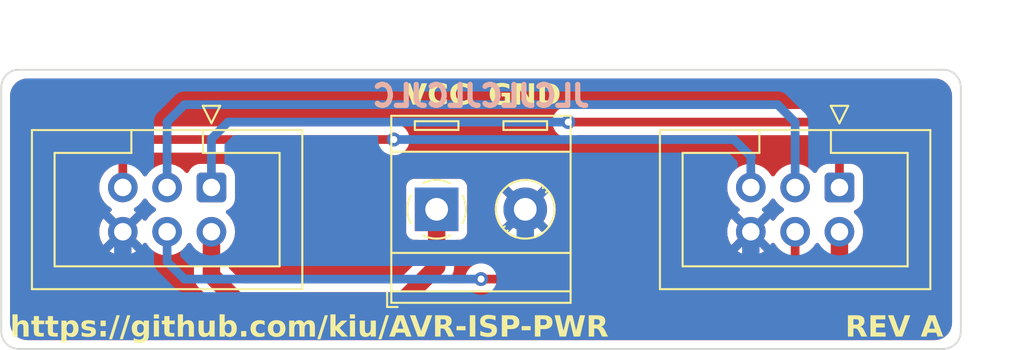
<source format=kicad_pcb>
(kicad_pcb (version 20221018) (generator pcbnew)
  (layers (0 "F.Cu" signal) (31 "B.Cu" signal) (34 "B.Paste" user) (35 "F.Paste" user) (36 "B.SilkS" user "B.Silkscreen") (37 "F.SilkS" user "F.Silkscreen") (38 "B.Mask" user) (39 "F.Mask" user) (44 "Edge.Cuts" user))
  (net 0 "")
  (net 1 "GND")
  (net 2 "Net-(J2-MISO)")
  (net 3 "Net-(J2-SCK)")
  (net 4 "Net-(J2-MOSI)")
  (net 5 "Net-(J2-~{RST})")
  (net 6 "VCC")
  (footprint "Connector_IDC:IDC-Header_2x03_P2.54mm_Vertical" (layer "F.Cu") (at 159.545 94.7475 -90)
    (fp_text reference "J3" hide)
    (fp_text value "AVR-ISP-6")
    (fp_line (start -4.68 -0.5) (end -4.68 0.5) (stroke (width 0.12)) (layer "F.SilkS"))
    (fp_line (start -4.68 0.5) (end -3.68 0) (stroke (width 0.12)) (layer "F.SilkS"))
    (fp_line (start -3.68 0) (end -4.68 -0.5) (stroke (width 0.12)) (layer "F.SilkS"))
    (fp_line (start -3.29 -5.21) (end 5.83 -5.21) (stroke (width 0.12)) (layer "F.SilkS"))
    (fp_line (start -3.29 0.49) (end -1.98 0.49) (stroke (width 0.12)) (layer "F.SilkS"))
    (fp_line (start -3.29 10.29) (end -3.29 -5.21) (stroke (width 0.12)) (layer "F.SilkS"))
    (fp_line (start -1.98 -3.91) (end 4.52 -3.91) (stroke (width 0.12)) (layer "F.SilkS"))
    (fp_line (start -1.98 0.49) (end -1.98 -3.91) (stroke (width 0.12)) (layer "F.SilkS"))
    (fp_line (start -1.98 4.59) (end -3.29 4.59) (stroke (width 0.12)) (layer "F.SilkS"))
    (fp_line (start -1.98 4.59) (end -1.98 4.59) (stroke (width 0.12)) (layer "F.SilkS"))
    (fp_line (start -1.98 8.99) (end -1.98 4.59) (stroke (width 0.12)) (layer "F.SilkS"))
    (fp_line (start 4.52 -3.91) (end 4.52 8.99) (stroke (width 0.12)) (layer "F.SilkS"))
    (fp_line (start 4.52 8.99) (end -1.98 8.99) (stroke (width 0.12)) (layer "F.SilkS"))
    (fp_line (start 5.83 -5.21) (end 5.83 10.29) (stroke (width 0.12)) (layer "F.SilkS"))
    (fp_line (start 5.83 10.29) (end -3.29 10.29) (stroke (width 0.12)) (layer "F.SilkS"))
    (pad "1" thru_hole roundrect (at 0 0 270) (size 1.7 1.7) (drill 1) (layers "*.Cu" "*.Mask") (roundrect_rratio 0.1470588235) (net 2 "Net-(J2-MISO)"))
    (pad "2" thru_hole circle (at 2.54 0 270) (size 1.7 1.7) (drill 1) (layers "*.Cu" "*.Mask") (net 6 "VCC"))
    (pad "3" thru_hole circle (at 0 2.54 270) (size 1.7 1.7) (drill 1) (layers "*.Cu" "*.Mask") (net 3 "Net-(J2-SCK)"))
    (pad "4" thru_hole circle (at 2.54 2.54 270) (size 1.7 1.7) (drill 1) (layers "*.Cu" "*.Mask") (net 4 "Net-(J2-MOSI)"))
    (pad "5" thru_hole circle (at 0 5.08 270) (size 1.7 1.7) (drill 1) (layers "*.Cu" "*.Mask") (net 5 "Net-(J2-~{RST})"))
    (pad "6" thru_hole circle (at 2.54 5.08 270) (size 1.7 1.7) (drill 1) (layers "*.Cu" "*.Mask") (net 1 "GND"))
  )
  (footprint "Connector_IDC:IDC-Header_2x03_P2.54mm_Vertical" (layer "F.Cu") (at 123.545 94.7475 -90)
    (fp_text reference "J2" hide)
    (fp_text value "AVR-ISP-6")
    (fp_line (start -4.68 -0.5) (end -4.68 0.5) (stroke (width 0.12)) (layer "F.SilkS"))
    (fp_line (start -4.68 0.5) (end -3.68 0) (stroke (width 0.12)) (layer "F.SilkS"))
    (fp_line (start -3.68 0) (end -4.68 -0.5) (stroke (width 0.12)) (layer "F.SilkS"))
    (fp_line (start -3.29 -5.21) (end 5.83 -5.21) (stroke (width 0.12)) (layer "F.SilkS"))
    (fp_line (start -3.29 0.49) (end -1.98 0.49) (stroke (width 0.12)) (layer "F.SilkS"))
    (fp_line (start -3.29 10.29) (end -3.29 -5.21) (stroke (width 0.12)) (layer "F.SilkS"))
    (fp_line (start -1.98 -3.91) (end 4.52 -3.91) (stroke (width 0.12)) (layer "F.SilkS"))
    (fp_line (start -1.98 0.49) (end -1.98 -3.91) (stroke (width 0.12)) (layer "F.SilkS"))
    (fp_line (start -1.98 4.59) (end -3.29 4.59) (stroke (width 0.12)) (layer "F.SilkS"))
    (fp_line (start -1.98 4.59) (end -1.98 4.59) (stroke (width 0.12)) (layer "F.SilkS"))
    (fp_line (start -1.98 8.99) (end -1.98 4.59) (stroke (width 0.12)) (layer "F.SilkS"))
    (fp_line (start 4.52 -3.91) (end 4.52 8.99) (stroke (width 0.12)) (layer "F.SilkS"))
    (fp_line (start 4.52 8.99) (end -1.98 8.99) (stroke (width 0.12)) (layer "F.SilkS"))
    (fp_line (start 5.83 -5.21) (end 5.83 10.29) (stroke (width 0.12)) (layer "F.SilkS"))
    (fp_line (start 5.83 10.29) (end -3.29 10.29) (stroke (width 0.12)) (layer "F.SilkS"))
    (pad "1" thru_hole roundrect (at 0 0 270) (size 1.7 1.7) (drill 1) (layers "*.Cu" "*.Mask") (roundrect_rratio 0.1470588235) (net 2 "Net-(J2-MISO)"))
    (pad "2" thru_hole circle (at 2.54 0 270) (size 1.7 1.7) (drill 1) (layers "*.Cu" "*.Mask") (net 6 "VCC"))
    (pad "3" thru_hole circle (at 0 2.54 270) (size 1.7 1.7) (drill 1) (layers "*.Cu" "*.Mask") (net 3 "Net-(J2-SCK)"))
    (pad "4" thru_hole circle (at 2.54 2.54 270) (size 1.7 1.7) (drill 1) (layers "*.Cu" "*.Mask") (net 4 "Net-(J2-MOSI)"))
    (pad "5" thru_hole circle (at 0 5.08 270) (size 1.7 1.7) (drill 1) (layers "*.Cu" "*.Mask") (net 5 "Net-(J2-~{RST})"))
    (pad "6" thru_hole circle (at 2.54 5.08 270) (size 1.7 1.7) (drill 1) (layers "*.Cu" "*.Mask") (net 1 "GND"))
  )
  (footprint "TerminalBlock_RND:TerminalBlock_RND_205-00287_1x02_P5.08mm_Horizontal" (layer "F.Cu") (at 136.455 96)
    (fp_text reference "J1" hide)
    (fp_text value "Screw_Terminal_01x02")
    (fp_line (start -2.84 4.76) (end -2.84 5.6) (stroke (width 0.12)) (layer "F.SilkS"))
    (fp_line (start -2.84 5.6) (end -2.24 5.6) (stroke (width 0.12)) (layer "F.SilkS"))
    (fp_line (start -2.6 -5.36) (end -2.6 5.36) (stroke (width 0.12)) (layer "F.SilkS"))
    (fp_line (start -2.6 -5.36) (end 7.68 -5.36) (stroke (width 0.12)) (layer "F.SilkS"))
    (fp_line (start -2.6 -3.3) (end 7.68 -3.3) (stroke (width 0.12)) (layer "F.SilkS"))
    (fp_line (start -2.6 2.5) (end 7.68 2.5) (stroke (width 0.12)) (layer "F.SilkS"))
    (fp_line (start -2.6 4.7) (end 7.68 4.7) (stroke (width 0.12)) (layer "F.SilkS"))
    (fp_line (start -2.6 5.36) (end 7.68 5.36) (stroke (width 0.12)) (layer "F.SilkS"))
    (fp_line (start -1.25 -5.05) (end -1.25 -4.55) (stroke (width 0.12)) (layer "F.SilkS"))
    (fp_line (start -1.25 -5.05) (end 1.25 -5.05) (stroke (width 0.12)) (layer "F.SilkS"))
    (fp_line (start -1.25 -4.55) (end 1.25 -4.55) (stroke (width 0.12)) (layer "F.SilkS"))
    (fp_line (start 1.25 -5.05) (end 1.25 -4.55) (stroke (width 0.12)) (layer "F.SilkS"))
    (fp_line (start 3.83 -5.05) (end 3.83 -4.55) (stroke (width 0.12)) (layer "F.SilkS"))
    (fp_line (start 3.83 -5.05) (end 6.33 -5.05) (stroke (width 0.12)) (layer "F.SilkS"))
    (fp_line (start 3.83 -4.55) (end 6.33 -4.55) (stroke (width 0.12)) (layer "F.SilkS"))
    (fp_line (start 3.9 0.976) (end 3.806 1.069) (stroke (width 0.12)) (layer "F.SilkS"))
    (fp_line (start 4.07 1.216) (end 4.011 1.274) (stroke (width 0.12)) (layer "F.SilkS"))
    (fp_line (start 6.15 -1.275) (end 6.091 -1.216) (stroke (width 0.12)) (layer "F.SilkS"))
    (fp_line (start 6.33 -5.05) (end 6.33 -4.55) (stroke (width 0.12)) (layer "F.SilkS"))
    (fp_line (start 6.355 -1.069) (end 6.261 -0.976) (stroke (width 0.12)) (layer "F.SilkS"))
    (fp_line (start 7.68 -5.36) (end 7.68 5.36) (stroke (width 0.12)) (layer "F.SilkS"))
    (fp_arc (start -1.483953 0.789089) (mid -1.680708 0.00005) (end -1.484 -0.789) (stroke (width 0.12)) (layer "F.SilkS"))
    (fp_arc (start -0.789089 -1.483953) (mid -0.00005 -1.680708) (end 0.789 -1.484) (stroke (width 0.12)) (layer "F.SilkS"))
    (fp_arc (start 0.029383 1.68045) (mid -0.392304 1.634281) (end -0.789 1.484) (stroke (width 0.12)) (layer "F.SilkS"))
    (fp_arc (start 0.788712 1.483352) (mid 0.406429 1.630097) (end 0 1.68) (stroke (width 0.12)) (layer "F.SilkS"))
    (fp_arc (start 1.483953 -0.789089) (mid 1.680708 -0.00005) (end 1.484 0.789) (stroke (width 0.12)) (layer "F.SilkS"))
    (fp_circle (center 5.08 0) (end 6.76 0) (stroke (width 0.12)) (fill none) (layer "F.SilkS"))
    (pad "1" thru_hole rect (at 0 0) (size 2.5 2.5) (drill 1.3) (layers "*.Cu" "*.Mask") (net 6 "VCC"))
    (pad "2" thru_hole circle (at 5.08 0) (size 2.5 2.5) (drill 1.3) (layers "*.Cu" "*.Mask") (net 1 "GND"))
  )
  (gr_line (start 112.5 88) (end 165.5 88) (stroke (width 0.1)) (layer "Edge.Cuts"))
  (gr_line (start 165.5 104) (end 112.5 104) (stroke (width 0.1)) (layer "Edge.Cuts"))
  (gr_arc (start 165.5 88) (mid 166.207107 88.292893) (end 166.5 89) (stroke (width 0.1)) (layer "Edge.Cuts"))
  (gr_line (start 166.5 89) (end 166.5 103) (stroke (width 0.1)) (layer "Edge.Cuts"))
  (gr_arc (start 111.5 89) (mid 111.792893 88.292893) (end 112.5 88) (stroke (width 0.1)) (layer "Edge.Cuts"))
  (gr_arc (start 112.5 104) (mid 111.792893 103.707107) (end 111.5 103) (stroke (width 0.1)) (layer "Edge.Cuts"))
  (gr_line (start 111.5 103) (end 111.5 89) (stroke (width 0.1)) (layer "Edge.Cuts"))
  (gr_arc (start 166.5 103) (mid 166.207107 103.707107) (end 165.5 104) (stroke (width 0.1)) (layer "Edge.Cuts"))
  (gr_text "JLCJLCJLCJLC" (at 139 89.5) (layer "B.SilkS") (effects (font (size 1.2 1.2) (thickness 0.3) bold) (justify mirror)))
  (gr_text "VCC" (at 136.5 89.5) (layer "F.SilkS") (effects (font (size 1.2 1.2) (thickness 0.2) bold)))
  (gr_text "GND" (at 141.5 89.5) (layer "F.SilkS") (effects (font (size 1.2 1.2) (thickness 0.2) bold)))
  (gr_text "https://github.com/kiu/AVR-ISP-PWR\n" (at 112 103.5) (layer "F.SilkS") (effects (font (size 1.2 1.2) (thickness 0.2) bold) (justify left bottom)))
  (gr_text "REV A\n" (at 165.5 103.5) (layer "F.SilkS") (effects (font (size 1.2 1.2) (thickness 0.2) bold) (justify right bottom)))
  (segment (start 140 101.5) (end 152.5 101.5) (width 1) (layer "B.Cu") (net 1))
  (segment (start 141.535 99.965) (end 141.535 96) (width 1) (layer "B.Cu") (net 1))
  (segment (start 140 101.5) (end 141.535 99.965) (width 1) (layer "B.Cu") (net 1))
  (segment (start 120 101.5) (end 140 101.5) (width 1) (layer "B.Cu") (net 1))
  (segment (start 152.5 101.5) (end 154.465 99.535) (width 1) (layer "B.Cu") (net 1))
  (segment (start 118.465 97.2875) (end 118.465 99.965) (width 1) (layer "B.Cu") (net 1))
  (segment (start 154.465 99.535) (end 154.465 97.2875) (width 1) (layer "B.Cu") (net 1))
  (segment (start 118.465 99.965) (end 120 101.5) (width 1) (layer "B.Cu") (net 1))
  (segment (start 144 91) (end 158.5 91) (width 0.5) (layer "F.Cu") (net 2))
  (segment (start 159.545 92.045) (end 159.545 94.7475) (width 0.5) (layer "F.Cu") (net 2))
  (segment (start 158.5 91) (end 159.545 92.045) (width 0.5) (layer "F.Cu") (net 2))
  (via (at 144 91) (size 0.8) (drill 0.4) (layers "F.Cu" "B.Cu") (net 2))
  (segment (start 123.545 94.7475) (end 123.545 91.955) (width 0.5) (layer "B.Cu") (net 2))
  (segment (start 123.545 91.955) (end 124.5 91) (width 0.5) (layer "B.Cu") (net 2))
  (segment (start 124.5 91) (end 144 91) (width 0.5) (layer "B.Cu") (net 2))
  (segment (start 156 90) (end 122 90) (width 0.5) (layer "B.Cu") (net 3))
  (segment (start 157.005 91.005) (end 156 90) (width 0.5) (layer "B.Cu") (net 3))
  (segment (start 122 90) (end 121 91) (width 0.5) (layer "B.Cu") (net 3))
  (segment (start 121 91) (end 121.005 91.005) (width 0.5) (layer "B.Cu") (net 3))
  (segment (start 121.005 91.005) (end 121.005 94.7475) (width 0.5) (layer "B.Cu") (net 3))
  (segment (start 157.005 94.7475) (end 157.005 91.005) (width 0.5) (layer "B.Cu") (net 3))
  (segment (start 156 100) (end 157.005 98.995) (width 0.5) (layer "F.Cu") (net 4))
  (segment (start 139 100) (end 156 100) (width 0.5) (layer "F.Cu") (net 4))
  (segment (start 157.005 98.995) (end 157.005 97.2875) (width 0.5) (layer "F.Cu") (net 4))
  (via (at 139 100) (size 0.8) (drill 0.4) (layers "F.Cu" "B.Cu") (net 4))
  (segment (start 121.005 97.2875) (end 121.005 99.005) (width 0.5) (layer "B.Cu") (net 4))
  (segment (start 121.005 99.005) (end 122 100) (width 0.5) (layer "B.Cu") (net 4))
  (segment (start 122 100) (end 139 100) (width 0.5) (layer "B.Cu") (net 4))
  (segment (start 134 92) (end 119.5 92) (width 0.5) (layer "F.Cu") (net 5))
  (segment (start 118.465 93.035) (end 118.465 94.7475) (width 0.5) (layer "F.Cu") (net 5))
  (segment (start 119.5 92) (end 118.465 93.035) (width 0.5) (layer "F.Cu") (net 5))
  (via (at 134 92) (size 0.8) (drill 0.4) (layers "F.Cu" "B.Cu") (net 5))
  (segment (start 154.465 93.035) (end 154.465 94.7475) (width 0.5) (layer "B.Cu") (net 5))
  (segment (start 153.5 92) (end 154.5 93) (width 0.5) (layer "B.Cu") (net 5))
  (segment (start 154.5 93) (end 154.465 93.035) (width 0.5) (layer "B.Cu") (net 5))
  (segment (start 134 92) (end 153.5 92) (width 0.5) (layer "B.Cu") (net 5))
  (segment (start 159.545 99.705) (end 158 101.25) (width 1) (layer "F.Cu") (net 6))
  (segment (start 159.545 97.2875) (end 159.545 99.705) (width 1) (layer "F.Cu") (net 6))
  (segment (start 136.455 99.295) (end 134.5 101.25) (width 1) (layer "F.Cu") (net 6))
  (segment (start 136.455 96) (end 136.455 99.295) (width 1) (layer "F.Cu") (net 6))
  (segment (start 125 101.25) (end 123.545 99.795) (width 1) (layer "F.Cu") (net 6))
  (segment (start 158 101.25) (end 134.5 101.25) (width 1) (layer "F.Cu") (net 6))
  (segment (start 134.5 101.25) (end 125 101.25) (width 1) (layer "F.Cu") (net 6))
  (segment (start 123.545 99.795) (end 123.545 97.2875) (width 1) (layer "F.Cu") (net 6))
  (zone (net 1) (net_name "GND") (layers "F&B.Cu") (connect_pads (clearance 0.5)) (min_thickness 0.25) (fill yes (thermal_gap 0.5) (thermal_bridge_width 0.5) (smoothing fillet) (radius 1))
    (polygon (pts (xy 112 88.5) (xy 112 103.5) (xy 166 103.5) (xy 166 88.5)))
  )
)
</source>
